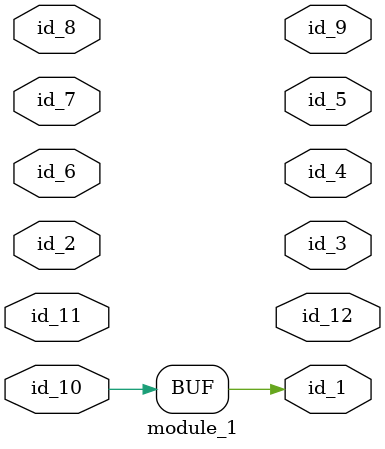
<source format=v>
module module_0 ();
  assign id_1 = id_1 ? 1 : id_1;
endmodule
module module_1 (
    id_1,
    id_2,
    id_3,
    id_4,
    id_5,
    id_6,
    id_7,
    id_8,
    id_9,
    id_10,
    id_11,
    id_12
);
  output wire id_12;
  inout wire id_11;
  input wire id_10;
  output wire id_9;
  input wire id_8;
  input wire id_7;
  inout wire id_6;
  output wire id_5;
  output wire id_4;
  output wire id_3;
  input wire id_2;
  output wire id_1;
  assign id_1 = id_10[1'b0];
  module_0 modCall_1 ();
endmodule

</source>
